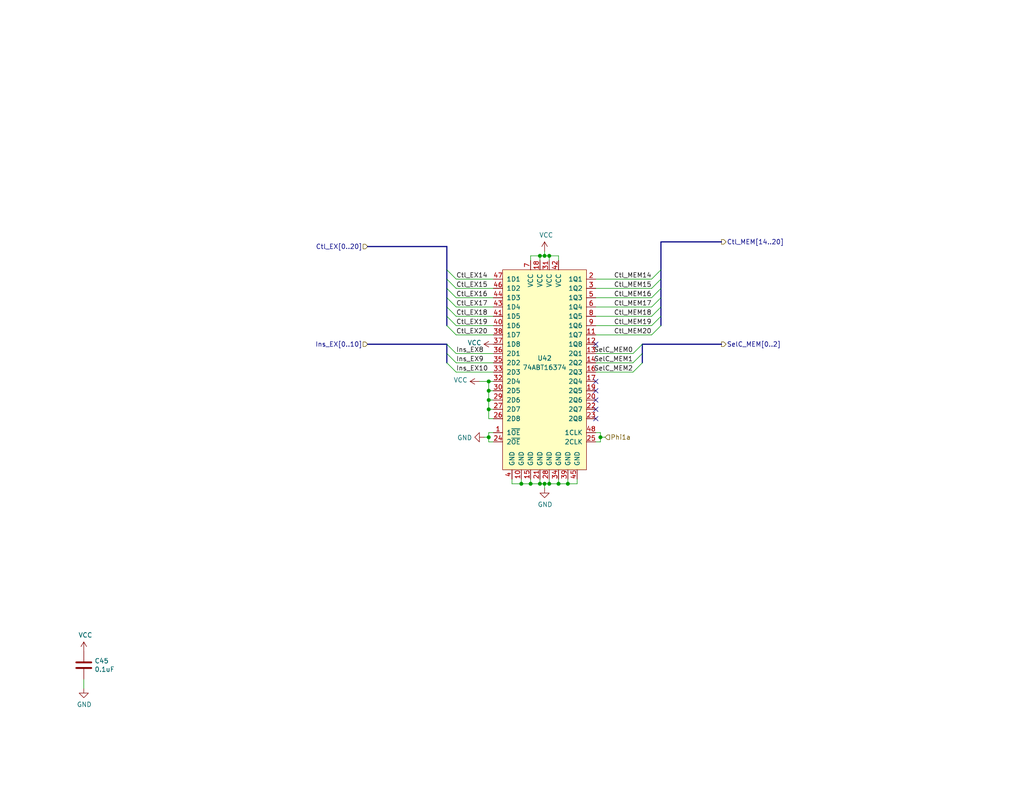
<source format=kicad_sch>
(kicad_sch (version 20230121) (generator eeschema)
  (paper "USLetter")
  (title_block (title "EX/MEM: Control Word Register") (date "2023-11-25") (rev "A"))
  (lib_symbols
    (symbol "Device:C" (pin_numbers hide) (pin_names (offset 0.254))
      (property "Reference" "C" (at 0.635 2.54 0))
      (property "Value" "C" (at 0.635 -2.54 0))
      (symbol "C_0_1"
        (polyline (pts (xy -2.032 -0.762) (xy 2.032 -0.762)) (stroke (width 0.508)))
        (polyline (pts (xy -2.032 0.762) (xy 2.032 0.762)) (stroke (width 0.508)))
      )
      (symbol "C_1_1"
        (pin passive line (at 0 3.81 270) (length 2.794) (name "~") (number "1"))
        (pin passive line (at 0 -3.81 90) (length 2.794) (name "~") (number "2"))
      )
    )
    (symbol "Turtle16:74ABT16374" (pin_names (offset 1.016))
      (symbol "74ABT16374_0_0"
        (pin input line (at -13.97 -20.32 0) (length 2.54) (name "1~{OE}") (number "1"))
        (pin power_in line (at -6.35 -33.02 90) (length 2.54) (name "GND") (number "10"))
        (pin tri_state line (at 13.97 6.35 180) (length 2.54) (name "1Q7") (number "11"))
        (pin tri_state line (at 13.97 3.81 180) (length 2.54) (name "1Q8") (number "12"))
        (pin tri_state line (at 13.97 1.27 180) (length 2.54) (name "2Q1") (number "13"))
        (pin tri_state line (at 13.97 -1.27 180) (length 2.54) (name "2Q2") (number "14"))
        (pin power_in line (at -3.81 -33.02 90) (length 2.54) (name "GND") (number "15"))
        (pin tri_state line (at 13.97 -3.81 180) (length 2.54) (name "2Q3") (number "16"))
        (pin tri_state line (at 13.97 -6.35 180) (length 2.54) (name "2Q4") (number "17"))
        (pin power_in line (at -1.27 26.67 270) (length 2.54) (name "VCC") (number "18"))
        (pin tri_state line (at 13.97 -8.89 180) (length 2.54) (name "2Q5") (number "19"))
        (pin tri_state line (at 13.97 21.59 180) (length 2.54) (name "1Q1") (number "2"))
        (pin tri_state line (at 13.97 -11.43 180) (length 2.54) (name "2Q6") (number "20"))
        (pin power_in line (at -1.27 -33.02 90) (length 2.54) (name "GND") (number "21"))
        (pin tri_state line (at 13.97 -13.97 180) (length 2.54) (name "2Q7") (number "22"))
        (pin tri_state line (at 13.97 -16.51 180) (length 2.54) (name "2Q8") (number "23"))
        (pin input line (at -13.97 -22.86 0) (length 2.54) (name "2~{OE}") (number "24"))
        (pin input line (at 13.97 -22.86 180) (length 2.54) (name "2CLK") (number "25"))
        (pin input line (at -13.97 -16.51 0) (length 2.54) (name "2D8") (number "26"))
        (pin input line (at -13.97 -13.97 0) (length 2.54) (name "2D7") (number "27"))
        (pin power_in line (at 1.27 -33.02 90) (length 2.54) (name "GND") (number "28"))
        (pin input line (at -13.97 -11.43 0) (length 2.54) (name "2D6") (number "29"))
        (pin tri_state line (at 13.97 19.05 180) (length 2.54) (name "1Q2") (number "3"))
        (pin input line (at -13.97 -8.89 0) (length 2.54) (name "2D5") (number "30"))
        (pin power_in line (at 1.27 26.67 270) (length 2.54) (name "VCC") (number "31"))
        (pin input line (at -13.97 -6.35 0) (length 2.54) (name "2D4") (number "32"))
        (pin input line (at -13.97 -3.81 0) (length 2.54) (name "2D3") (number "33"))
        (pin power_in line (at 3.81 -33.02 90) (length 2.54) (name "GND") (number "34"))
        (pin input line (at -13.97 -1.27 0) (length 2.54) (name "2D2") (number "35"))
        (pin input line (at -13.97 1.27 0) (length 2.54) (name "2D1") (number "36"))
        (pin input line (at -13.97 3.81 0) (length 2.54) (name "1D8") (number "37"))
        (pin input line (at -13.97 6.35 0) (length 2.54) (name "1D7") (number "38"))
        (pin power_in line (at 6.35 -33.02 90) (length 2.54) (name "GND") (number "39"))
        (pin power_in line (at -8.89 -33.02 90) (length 2.54) (name "GND") (number "4"))
        (pin input line (at -13.97 8.89 0) (length 2.54) (name "1D6") (number "40"))
        (pin input line (at -13.97 11.43 0) (length 2.54) (name "1D5") (number "41"))
        (pin power_in line (at 3.81 26.67 270) (length 2.54) (name "VCC") (number "42"))
        (pin input line (at -13.97 13.97 0) (length 2.54) (name "1D4") (number "43"))
        (pin input line (at -13.97 16.51 0) (length 2.54) (name "1D3") (number "44"))
        (pin power_in line (at 8.89 -33.02 90) (length 2.54) (name "GND") (number "45"))
        (pin input line (at -13.97 19.05 0) (length 2.54) (name "1D2") (number "46"))
        (pin input line (at -13.97 21.59 0) (length 2.54) (name "1D1") (number "47"))
        (pin input line (at 13.97 -20.32 180) (length 2.54) (name "1CLK") (number "48"))
        (pin tri_state line (at 13.97 16.51 180) (length 2.54) (name "1Q3") (number "5"))
        (pin tri_state line (at 13.97 13.97 180) (length 2.54) (name "1Q4") (number "6"))
        (pin power_in line (at -3.81 26.67 270) (length 2.54) (name "VCC") (number "7"))
        (pin tri_state line (at 13.97 11.43 180) (length 2.54) (name "1Q5") (number "8"))
        (pin tri_state line (at 13.97 8.89 180) (length 2.54) (name "1Q6") (number "9"))
      )
      (symbol "74ABT16374_0_1"
        (rectangle (start -11.43 24.13) (end 11.43 -30.48) (fill (type background)))
      )
    )
    (symbol "power:GND" (power) (pin_names (offset 0))
      (property "Value" "GND" (at 0 -3.81 0))
      (symbol "GND_0_1"
        (polyline (pts (xy 0 0) (xy 0 -1.27) (xy 1.27 -1.27) (xy 0 -2.54) (xy -1.27 -1.27) (xy 0 -1.27)))
      )
      (symbol "GND_1_1"
        (pin power_in line (at 0 0 270) (length 0) hide (name "GND") (number "1"))
      )
    )
    (symbol "power:VCC" (power) (pin_names (offset 0))
      (property "Value" "VCC" (at 0 3.81 0))
      (symbol "VCC_0_1"
        (polyline (pts (xy -0.762 1.27) (xy 0 2.54)))
        (polyline (pts (xy 0 0) (xy 0 2.54)))
        (polyline (pts (xy 0 2.54) (xy 0.762 1.27)))
      )
      (symbol "VCC_1_1"
        (pin power_in line (at 0 0 90) (length 0) hide (name "VCC") (number "1"))
      )
    )
  )
  (junction (at 133.35 106.68))
  (junction (at 133.35 111.76))
  (junction (at 144.78 132.08))
  (junction (at 133.35 119.38))
  (junction (at 152.4 132.08))
  (junction (at 148.59 69.85))
  (junction (at 149.86 132.08))
  (junction (at 149.86 69.85))
  (junction (at 133.35 104.14))
  (junction (at 163.83 119.38))
  (junction (at 147.32 69.85))
  (junction (at 148.59 132.08))
  (junction (at 133.35 109.22))
  (junction (at 147.32 132.08))
  (junction (at 142.24 132.08))
  (junction (at 154.94 132.08))
  (no_connect (at 162.56 104.14))
  (no_connect (at 162.56 109.22))
  (no_connect (at 162.56 111.76))
  (no_connect (at 162.56 93.98))
  (no_connect (at 162.56 106.68))
  (no_connect (at 162.56 114.3))
  (bus_entry (at 180.34 73.66) (size -2.54 2.54))
  (bus_entry (at 180.34 78.74) (size -2.54 2.54))
  (bus_entry (at 121.92 83.82) (size 2.54 2.54))
  (bus_entry (at 180.34 86.36) (size -2.54 2.54))
  (bus_entry (at 175.26 96.52) (size -2.54 2.54))
  (bus_entry (at 121.92 93.98) (size 2.54 2.54))
  (bus_entry (at 180.34 88.9) (size -2.54 2.54))
  (bus_entry (at 121.92 73.66) (size 2.54 2.54))
  (bus_entry (at 121.92 99.06) (size 2.54 2.54))
  (bus_entry (at 180.34 81.28) (size -2.54 2.54))
  (bus_entry (at 175.26 93.98) (size -2.54 2.54))
  (bus_entry (at 121.92 86.36) (size 2.54 2.54))
  (bus_entry (at 180.34 76.2) (size -2.54 2.54))
  (bus_entry (at 121.92 96.52) (size 2.54 2.54))
  (bus_entry (at 121.92 78.74) (size 2.54 2.54))
  (bus_entry (at 121.92 88.9) (size 2.54 2.54))
  (bus_entry (at 180.34 83.82) (size -2.54 2.54))
  (bus_entry (at 175.26 99.06) (size -2.54 2.54))
  (bus_entry (at 121.92 81.28) (size 2.54 2.54))
  (bus_entry (at 121.92 76.2) (size 2.54 2.54))
  (bus (pts (xy 100.33 93.98) (xy 121.92 93.98)))
  (wire (pts (xy 124.46 81.28) (xy 134.62 81.28)))
  (wire (pts (xy 134.62 111.76) (xy 133.35 111.76)))
  (bus (pts (xy 100.33 67.31) (xy 121.92 67.31)))
  (wire (pts (xy 142.24 130.81) (xy 142.24 132.08)))
  (wire (pts (xy 133.35 109.22) (xy 133.35 111.76)))
  (wire (pts (xy 149.86 130.81) (xy 149.86 132.08)))
  (wire (pts (xy 148.59 132.08) (xy 148.59 133.35)))
  (bus (pts (xy 121.92 78.74) (xy 121.92 81.28)))
  (bus (pts (xy 180.34 83.82) (xy 180.34 86.36)))
  (bus (pts (xy 121.92 81.28) (xy 121.92 83.82)))
  (wire (pts (xy 133.35 111.76) (xy 133.35 114.3)))
  (bus (pts (xy 121.92 76.2) (xy 121.92 78.74)))
  (bus (pts (xy 180.34 81.28) (xy 180.34 83.82)))
  (wire (pts (xy 177.8 86.36) (xy 162.56 86.36)))
  (bus (pts (xy 121.92 96.52) (xy 121.92 99.06)))
  (wire (pts (xy 147.32 132.08) (xy 148.59 132.08)))
  (wire (pts (xy 124.46 96.52) (xy 134.62 96.52)))
  (wire (pts (xy 149.86 71.12) (xy 149.86 69.85)))
  (bus (pts (xy 180.34 86.36) (xy 180.34 88.9)))
  (wire (pts (xy 163.83 120.65) (xy 162.56 120.65)))
  (bus (pts (xy 196.85 66.04) (xy 180.34 66.04)))
  (wire (pts (xy 133.35 120.65) (xy 134.62 120.65)))
  (wire (pts (xy 177.8 91.44) (xy 162.56 91.44)))
  (wire (pts (xy 147.32 69.85) (xy 148.59 69.85)))
  (wire (pts (xy 154.94 132.08) (xy 157.48 132.08)))
  (wire (pts (xy 177.8 81.28) (xy 162.56 81.28)))
  (wire (pts (xy 134.62 118.11) (xy 133.35 118.11)))
  (wire (pts (xy 149.86 69.85) (xy 152.4 69.85)))
  (wire (pts (xy 177.8 78.74) (xy 162.56 78.74)))
  (wire (pts (xy 172.72 101.6) (xy 162.56 101.6)))
  (wire (pts (xy 152.4 69.85) (xy 152.4 71.12)))
  (wire (pts (xy 172.72 96.52) (xy 162.56 96.52)))
  (wire (pts (xy 148.59 132.08) (xy 149.86 132.08)))
  (wire (pts (xy 148.59 69.85) (xy 149.86 69.85)))
  (wire (pts (xy 147.32 71.12) (xy 147.32 69.85)))
  (bus (pts (xy 121.92 73.66) (xy 121.92 76.2)))
  (wire (pts (xy 133.35 119.38) (xy 132.08 119.38)))
  (wire (pts (xy 130.81 104.14) (xy 133.35 104.14)))
  (bus (pts (xy 180.34 73.66) (xy 180.34 76.2)))
  (wire (pts (xy 177.8 76.2) (xy 162.56 76.2)))
  (bus (pts (xy 121.92 83.82) (xy 121.92 86.36)))
  (wire (pts (xy 148.59 68.58) (xy 148.59 69.85)))
  (wire (pts (xy 144.78 130.81) (xy 144.78 132.08)))
  (bus (pts (xy 180.34 66.04) (xy 180.34 73.66)))
  (wire (pts (xy 133.35 119.38) (xy 133.35 120.65)))
  (wire (pts (xy 124.46 88.9) (xy 134.62 88.9)))
  (wire (pts (xy 163.83 119.38) (xy 163.83 120.65)))
  (wire (pts (xy 124.46 78.74) (xy 134.62 78.74)))
  (wire (pts (xy 149.86 132.08) (xy 152.4 132.08)))
  (wire (pts (xy 133.35 104.14) (xy 133.35 106.68)))
  (wire (pts (xy 139.7 132.08) (xy 142.24 132.08)))
  (wire (pts (xy 163.83 118.11) (xy 163.83 119.38)))
  (wire (pts (xy 139.7 130.81) (xy 139.7 132.08)))
  (wire (pts (xy 133.35 114.3) (xy 134.62 114.3)))
  (wire (pts (xy 154.94 130.81) (xy 154.94 132.08)))
  (wire (pts (xy 147.32 130.81) (xy 147.32 132.08)))
  (wire (pts (xy 157.48 132.08) (xy 157.48 130.81)))
  (bus (pts (xy 196.85 93.98) (xy 175.26 93.98)))
  (bus (pts (xy 175.26 96.52) (xy 175.26 99.06)))
  (wire (pts (xy 144.78 71.12) (xy 144.78 69.85)))
  (wire (pts (xy 124.46 101.6) (xy 134.62 101.6)))
  (wire (pts (xy 162.56 118.11) (xy 163.83 118.11)))
  (wire (pts (xy 134.62 104.14) (xy 133.35 104.14)))
  (wire (pts (xy 124.46 91.44) (xy 134.62 91.44)))
  (bus (pts (xy 121.92 93.98) (xy 121.92 96.52)))
  (wire (pts (xy 144.78 132.08) (xy 147.32 132.08)))
  (wire (pts (xy 124.46 76.2) (xy 134.62 76.2)))
  (wire (pts (xy 133.35 106.68) (xy 133.35 109.22)))
  (wire (pts (xy 163.83 119.38) (xy 165.1 119.38)))
  (bus (pts (xy 180.34 76.2) (xy 180.34 78.74)))
  (wire (pts (xy 177.8 83.82) (xy 162.56 83.82)))
  (bus (pts (xy 121.92 67.31) (xy 121.92 73.66)))
  (wire (pts (xy 134.62 106.68) (xy 133.35 106.68)))
  (wire (pts (xy 134.62 109.22) (xy 133.35 109.22)))
  (bus (pts (xy 180.34 78.74) (xy 180.34 81.28)))
  (wire (pts (xy 152.4 132.08) (xy 154.94 132.08)))
  (wire (pts (xy 152.4 130.81) (xy 152.4 132.08)))
  (wire (pts (xy 172.72 99.06) (xy 162.56 99.06)))
  (wire (pts (xy 124.46 99.06) (xy 134.62 99.06)))
  (wire (pts (xy 133.35 118.11) (xy 133.35 119.38)))
  (wire (pts (xy 142.24 132.08) (xy 144.78 132.08)))
  (wire (pts (xy 177.8 88.9) (xy 162.56 88.9)))
  (bus (pts (xy 121.92 86.36) (xy 121.92 88.9)))
  (wire (pts (xy 124.46 86.36) (xy 134.62 86.36)))
  (bus (pts (xy 175.26 93.98) (xy 175.26 96.52)))
  (wire (pts (xy 124.46 83.82) (xy 134.62 83.82)))
  (wire (pts (xy 144.78 69.85) (xy 147.32 69.85)))
  (wire (pts (xy 22.86 187.96) (xy 22.86 185.42)))
  (label "Ctl_EX19" (at 124.46 88.9 0))
  (label "Ins_EX8" (at 124.46 96.52 0))
  (label "Ctl_MEM15" (at 177.8 78.74 180))
  (label "Ctl_EX17" (at 124.46 83.82 0))
  (label "Ctl_EX18" (at 124.46 86.36 0))
  (label "Ctl_MEM14" (at 177.8 76.2 180))
  (label "Ctl_MEM19" (at 177.8 88.9 180))
  (label "SelC_MEM1" (at 172.72 99.06 180))
  (label "Ins_EX9" (at 124.46 99.06 0))
  (label "Ctl_EX15" (at 124.46 78.74 0))
  (label "Ctl_EX20" (at 124.46 91.44 0))
  (label "SelC_MEM0" (at 172.72 96.52 180))
  (label "SelC_MEM2" (at 172.72 101.6 180))
  (label "Ctl_MEM17" (at 177.8 83.82 180))
  (label "Ctl_MEM18" (at 177.8 86.36 180))
  (label "Ctl_EX14" (at 124.46 76.2 0))
  (label "Ctl_EX16" (at 124.46 81.28 0))
  (label "Ctl_MEM16" (at 177.8 81.28 180))
  (label "Ins_EX10" (at 124.46 101.6 0))
  (label "Ctl_MEM20" (at 177.8 91.44 180))
  (hierarchical_label "Ctl_MEM[14..20]" (shape output) (at 196.85 66.04 0))
  (hierarchical_label "Phi1a" (shape input) (at 165.1 119.38 0))
  (hierarchical_label "Ins_EX[0..10]" (shape input) (at 100.33 93.98 180))
  (hierarchical_label "Ctl_EX[0..20]" (shape input) (at 100.33 67.31 180))
  (hierarchical_label "SelC_MEM[0..2]" (shape output) (at 196.85 93.98 0))
  (symbol (lib_id "power:VCC") (at 130.81 104.14 90) (unit 1)
    (property "Reference" "#PWR0298" (effects hide))
    (property "Value" "VCC" (at 127.5842 103.759 90) (effects (justify left)))
  )
  (symbol (lib_id "power:VCC") (at 134.62 93.98 90) (unit 1)
    (property "Reference" "#PWR0300" (effects hide))
    (property "Value" "VCC" (at 131.3942 93.599 90) (effects (justify left)))
  )
  (symbol (lib_id "Device:C") (at 22.86 181.61 0) (unit 1)
    (property "Reference" "C45" (at 25.781 180.4416 0) (effects (justify left)))
    (property "Value" "0.1uF" (at 25.781 182.753 0) (effects (justify left)))
    (property "Footprint" "Capacitor_SMD:C_0603_1608Metric" (effects hide))
    (property "Datasheet" "https://www.mouser.com/datasheet/2/396/taiyo_yuden_12132018_mlcc11_hq_e-1510082.pdf" (effects hide))
    (property "Manufacturer" "Taiyo Yuden" (effects hide))
    (property "Manufacturer#" "EMK107B7104KAHT" (effects hide))
    (property "Mouser#" "963-EMK107B7104KAHT" (effects hide))
    (property "Digikey#" "587-6004-1-ND" (effects hide))
  )
  (symbol (lib_id "power:VCC") (at 22.86 177.8 0) (unit 1)
    (property "Reference" "#PWR0296" (effects hide))
    (property "Value" "VCC" (at 23.2918 173.4058 0))
  )
  (symbol (lib_id "power:GND") (at 22.86 187.96 0) (unit 1)
    (property "Reference" "#PWR0297" (effects hide))
    (property "Value" "GND" (at 22.987 192.3542 0))
  )
  (symbol (lib_id "power:GND") (at 132.08 119.38 270) (unit 1)
    (property "Reference" "#PWR0299" (effects hide))
    (property "Value" "GND" (at 128.8288 119.507 90) (effects (justify right)))
  )
  (symbol (lib_id "power:VCC") (at 148.59 68.58 0) (unit 1)
    (property "Reference" "#PWR0301" (effects hide))
    (property "Value" "VCC" (at 149.0218 64.1858 0))
  )
  (symbol (lib_id "power:GND") (at 148.59 133.35 0) (unit 1)
    (property "Reference" "#PWR0302" (effects hide))
    (property "Value" "GND" (at 148.717 137.7442 0))
  )
  (symbol (lib_id "Turtle16:74ABT16374") (at 148.59 97.79 0) (unit 1)
    (property "Reference" "U42" (at 148.59 97.79 0))
    (property "Value" "74ABT16374" (at 148.59 100.33 0))
    (property "Footprint" "Package_SO:TSSOP-48_6.1x12.5mm_P0.5mm" (effects hide))
    (property "Datasheet" "https://www.ti.com/general/docs/suppproductinfo.tsp?distId=26&gotoUrl=https://www.ti.com/lit/gpn/sn74abt16374a" (effects hide))
    (property "Manufacturer" "Texas Instruments" (effects hide))
    (property "Manufacturer#" "SN74ABT16374ADGGR" (effects hide))
    (property "Mouser#" "595-SNABT16374ADGGR" (effects hide))
    (property "Digikey#" "296-3900-1-ND" (effects hide))
  )
)
</source>
